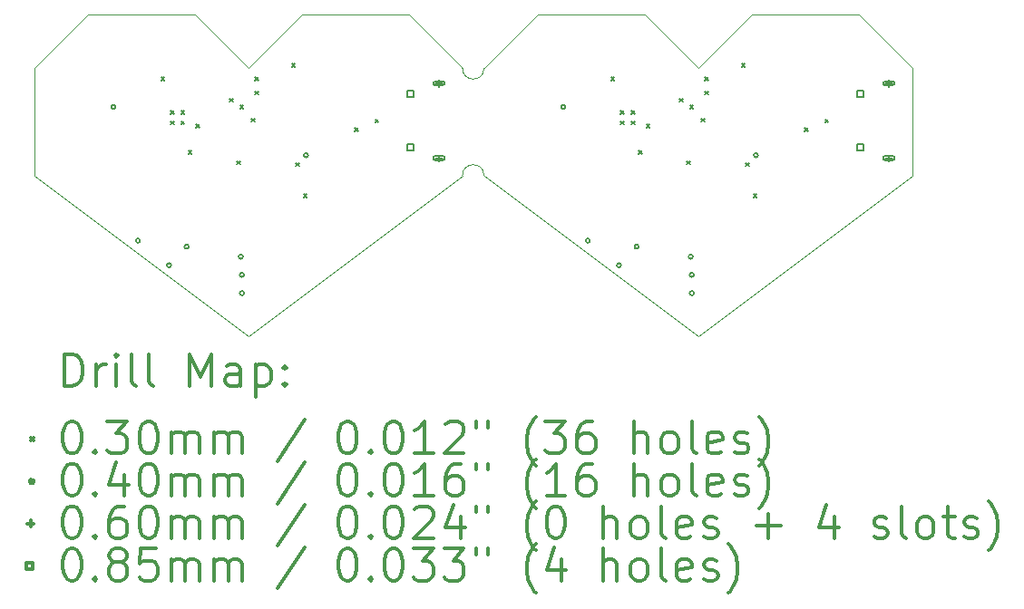
<source format=gbr>
%FSLAX45Y45*%
G04 Gerber Fmt 4.5, Leading zero omitted, Abs format (unit mm)*
G04 Created by KiCad (PCBNEW (5.1.8)-1) date 2020-11-25 19:35:02*
%MOMM*%
%LPD*%
G01*
G04 APERTURE LIST*
%TA.AperFunction,Profile*%
%ADD10C,0.050000*%
%TD*%
%ADD11C,0.200000*%
%ADD12C,0.300000*%
G04 APERTURE END LIST*
D10*
X18500000Y-8500000D02*
G75*
G02*
X18700000Y-8500000I100000J0D01*
G01*
X18700000Y-7500000D02*
G75*
G02*
X18500000Y-7500000I-100000J0D01*
G01*
X20700000Y-7500000D02*
X21200000Y-7000000D01*
X22200000Y-7000000D02*
X22700000Y-7500000D01*
X20200000Y-7000000D02*
X20700000Y-7500000D01*
X19200000Y-7000000D02*
X20200000Y-7000000D01*
X20700000Y-10000000D02*
X22700000Y-8500000D01*
X18700000Y-7500000D02*
X19200000Y-7000000D01*
X21200000Y-7000000D02*
X22200000Y-7000000D01*
X22700000Y-8500000D02*
X22700000Y-8000000D01*
X22700000Y-7500000D02*
X22700000Y-8000000D01*
X18700000Y-8500000D02*
X20700000Y-10000000D01*
X16500000Y-10000000D02*
X18500000Y-8500000D01*
X14500000Y-8500000D02*
X16500000Y-10000000D01*
X14500000Y-8000000D02*
X14500000Y-8500000D01*
X14500000Y-7500000D02*
X15000000Y-7000000D01*
X14500000Y-8000000D02*
X14500000Y-7500000D01*
X18000000Y-7000000D02*
X18500000Y-7500000D01*
X17000000Y-7000000D02*
X18000000Y-7000000D01*
X16500000Y-7500000D02*
X17000000Y-7000000D01*
X16000000Y-7000000D02*
X16500000Y-7500000D01*
X15000000Y-7000000D02*
X16000000Y-7000000D01*
D11*
X15687500Y-7582500D02*
X15717500Y-7612500D01*
X15717500Y-7582500D02*
X15687500Y-7612500D01*
X15775000Y-7895000D02*
X15805000Y-7925000D01*
X15805000Y-7895000D02*
X15775000Y-7925000D01*
X15775000Y-7995000D02*
X15805000Y-8025000D01*
X15805000Y-7995000D02*
X15775000Y-8025000D01*
X15875000Y-7895000D02*
X15905000Y-7925000D01*
X15905000Y-7895000D02*
X15875000Y-7925000D01*
X15875000Y-7995000D02*
X15905000Y-8025000D01*
X15905000Y-7995000D02*
X15875000Y-8025000D01*
X15942500Y-8267500D02*
X15972500Y-8297500D01*
X15972500Y-8267500D02*
X15942500Y-8297500D01*
X16015000Y-8025000D02*
X16045000Y-8055000D01*
X16045000Y-8025000D02*
X16015000Y-8055000D01*
X16325000Y-7782000D02*
X16355000Y-7812000D01*
X16355000Y-7782000D02*
X16325000Y-7812000D01*
X16392500Y-8365000D02*
X16422500Y-8395000D01*
X16422500Y-8365000D02*
X16392500Y-8395000D01*
X16425000Y-7845000D02*
X16455000Y-7875000D01*
X16455000Y-7845000D02*
X16425000Y-7875000D01*
X16527501Y-7967878D02*
X16557501Y-7997878D01*
X16557501Y-7967878D02*
X16527501Y-7997878D01*
X16565000Y-7585000D02*
X16595000Y-7615000D01*
X16595000Y-7585000D02*
X16565000Y-7615000D01*
X16565000Y-7715000D02*
X16595000Y-7745000D01*
X16595000Y-7715000D02*
X16565000Y-7745000D01*
X16905000Y-7455000D02*
X16935000Y-7485000D01*
X16935000Y-7455000D02*
X16905000Y-7485000D01*
X16945000Y-8385000D02*
X16975000Y-8415000D01*
X16975000Y-8385000D02*
X16945000Y-8415000D01*
X17015000Y-8675000D02*
X17045000Y-8705000D01*
X17045000Y-8675000D02*
X17015000Y-8705000D01*
X17495000Y-8055000D02*
X17525000Y-8085000D01*
X17525000Y-8055000D02*
X17495000Y-8085000D01*
X17685000Y-7975000D02*
X17715000Y-8005000D01*
X17715000Y-7975000D02*
X17685000Y-8005000D01*
X19887500Y-7582500D02*
X19917500Y-7612500D01*
X19917500Y-7582500D02*
X19887500Y-7612500D01*
X19975000Y-7895000D02*
X20005000Y-7925000D01*
X20005000Y-7895000D02*
X19975000Y-7925000D01*
X19975000Y-7995000D02*
X20005000Y-8025000D01*
X20005000Y-7995000D02*
X19975000Y-8025000D01*
X20075000Y-7895000D02*
X20105000Y-7925000D01*
X20105000Y-7895000D02*
X20075000Y-7925000D01*
X20075000Y-7995000D02*
X20105000Y-8025000D01*
X20105000Y-7995000D02*
X20075000Y-8025000D01*
X20142500Y-8267500D02*
X20172500Y-8297500D01*
X20172500Y-8267500D02*
X20142500Y-8297500D01*
X20215000Y-8025000D02*
X20245000Y-8055000D01*
X20245000Y-8025000D02*
X20215000Y-8055000D01*
X20525000Y-7782000D02*
X20555000Y-7812000D01*
X20555000Y-7782000D02*
X20525000Y-7812000D01*
X20592500Y-8365000D02*
X20622500Y-8395000D01*
X20622500Y-8365000D02*
X20592500Y-8395000D01*
X20625000Y-7845000D02*
X20655000Y-7875000D01*
X20655000Y-7845000D02*
X20625000Y-7875000D01*
X20727501Y-7967878D02*
X20757501Y-7997878D01*
X20757501Y-7967878D02*
X20727501Y-7997878D01*
X20765000Y-7585000D02*
X20795000Y-7615000D01*
X20795000Y-7585000D02*
X20765000Y-7615000D01*
X20765000Y-7715000D02*
X20795000Y-7745000D01*
X20795000Y-7715000D02*
X20765000Y-7745000D01*
X21105000Y-7455000D02*
X21135000Y-7485000D01*
X21135000Y-7455000D02*
X21105000Y-7485000D01*
X21145000Y-8385000D02*
X21175000Y-8415000D01*
X21175000Y-8385000D02*
X21145000Y-8415000D01*
X21215000Y-8675000D02*
X21245000Y-8705000D01*
X21245000Y-8675000D02*
X21215000Y-8705000D01*
X21695000Y-8055000D02*
X21725000Y-8085000D01*
X21725000Y-8055000D02*
X21695000Y-8085000D01*
X21885000Y-7975000D02*
X21915000Y-8005000D01*
X21915000Y-7975000D02*
X21885000Y-8005000D01*
X15260000Y-7860000D02*
G75*
G03*
X15260000Y-7860000I-20000J0D01*
G01*
X15490000Y-9110000D02*
G75*
G03*
X15490000Y-9110000I-20000J0D01*
G01*
X15780000Y-9340000D02*
G75*
G03*
X15780000Y-9340000I-20000J0D01*
G01*
X15944050Y-9165950D02*
G75*
G03*
X15944050Y-9165950I-20000J0D01*
G01*
X16449999Y-9260000D02*
G75*
G03*
X16449999Y-9260000I-20000J0D01*
G01*
X16459999Y-9430000D02*
G75*
G03*
X16459999Y-9430000I-20000J0D01*
G01*
X16460000Y-9600000D02*
G75*
G03*
X16460000Y-9600000I-20000J0D01*
G01*
X17058706Y-8311864D02*
G75*
G03*
X17058706Y-8311864I-20000J0D01*
G01*
X19460000Y-7860000D02*
G75*
G03*
X19460000Y-7860000I-20000J0D01*
G01*
X19690000Y-9110000D02*
G75*
G03*
X19690000Y-9110000I-20000J0D01*
G01*
X19980000Y-9340000D02*
G75*
G03*
X19980000Y-9340000I-20000J0D01*
G01*
X20144050Y-9165950D02*
G75*
G03*
X20144050Y-9165950I-20000J0D01*
G01*
X20649999Y-9260000D02*
G75*
G03*
X20649999Y-9260000I-20000J0D01*
G01*
X20659999Y-9430000D02*
G75*
G03*
X20659999Y-9430000I-20000J0D01*
G01*
X20660000Y-9600000D02*
G75*
G03*
X20660000Y-9600000I-20000J0D01*
G01*
X21258706Y-8311864D02*
G75*
G03*
X21258706Y-8311864I-20000J0D01*
G01*
X18280000Y-7610000D02*
X18280000Y-7670000D01*
X18250000Y-7640000D02*
X18310000Y-7640000D01*
X18245000Y-7660000D02*
X18315000Y-7660000D01*
X18245000Y-7620000D02*
X18315000Y-7620000D01*
X18315000Y-7660000D02*
G75*
G03*
X18315000Y-7620000I0J20000D01*
G01*
X18245000Y-7620000D02*
G75*
G03*
X18245000Y-7660000I0J-20000D01*
G01*
X18280000Y-8310000D02*
X18280000Y-8370000D01*
X18250000Y-8340000D02*
X18310000Y-8340000D01*
X18315000Y-8320000D02*
X18245000Y-8320000D01*
X18315000Y-8360000D02*
X18245000Y-8360000D01*
X18245000Y-8320000D02*
G75*
G03*
X18245000Y-8360000I0J-20000D01*
G01*
X18315000Y-8360000D02*
G75*
G03*
X18315000Y-8320000I0J20000D01*
G01*
X22480000Y-7610000D02*
X22480000Y-7670000D01*
X22450000Y-7640000D02*
X22510000Y-7640000D01*
X22445000Y-7660000D02*
X22515000Y-7660000D01*
X22445000Y-7620000D02*
X22515000Y-7620000D01*
X22515000Y-7660000D02*
G75*
G03*
X22515000Y-7620000I0J20000D01*
G01*
X22445000Y-7620000D02*
G75*
G03*
X22445000Y-7660000I0J-20000D01*
G01*
X22480000Y-8310000D02*
X22480000Y-8370000D01*
X22450000Y-8340000D02*
X22510000Y-8340000D01*
X22515000Y-8320000D02*
X22445000Y-8320000D01*
X22515000Y-8360000D02*
X22445000Y-8360000D01*
X22445000Y-8320000D02*
G75*
G03*
X22445000Y-8360000I0J-20000D01*
G01*
X22515000Y-8360000D02*
G75*
G03*
X22515000Y-8320000I0J20000D01*
G01*
X18040052Y-7770052D02*
X18040052Y-7709948D01*
X17979948Y-7709948D01*
X17979948Y-7770052D01*
X18040052Y-7770052D01*
X18040052Y-8270052D02*
X18040052Y-8209948D01*
X17979948Y-8209948D01*
X17979948Y-8270052D01*
X18040052Y-8270052D01*
X22240052Y-7770052D02*
X22240052Y-7709948D01*
X22179948Y-7709948D01*
X22179948Y-7770052D01*
X22240052Y-7770052D01*
X22240052Y-8270052D02*
X22240052Y-8209948D01*
X22179948Y-8209948D01*
X22179948Y-8270052D01*
X22240052Y-8270052D01*
D12*
X14783928Y-10468214D02*
X14783928Y-10168214D01*
X14855357Y-10168214D01*
X14898214Y-10182500D01*
X14926786Y-10211072D01*
X14941071Y-10239643D01*
X14955357Y-10296786D01*
X14955357Y-10339643D01*
X14941071Y-10396786D01*
X14926786Y-10425357D01*
X14898214Y-10453929D01*
X14855357Y-10468214D01*
X14783928Y-10468214D01*
X15083928Y-10468214D02*
X15083928Y-10268214D01*
X15083928Y-10325357D02*
X15098214Y-10296786D01*
X15112500Y-10282500D01*
X15141071Y-10268214D01*
X15169643Y-10268214D01*
X15269643Y-10468214D02*
X15269643Y-10268214D01*
X15269643Y-10168214D02*
X15255357Y-10182500D01*
X15269643Y-10196786D01*
X15283928Y-10182500D01*
X15269643Y-10168214D01*
X15269643Y-10196786D01*
X15455357Y-10468214D02*
X15426786Y-10453929D01*
X15412500Y-10425357D01*
X15412500Y-10168214D01*
X15612500Y-10468214D02*
X15583928Y-10453929D01*
X15569643Y-10425357D01*
X15569643Y-10168214D01*
X15955357Y-10468214D02*
X15955357Y-10168214D01*
X16055357Y-10382500D01*
X16155357Y-10168214D01*
X16155357Y-10468214D01*
X16426786Y-10468214D02*
X16426786Y-10311072D01*
X16412500Y-10282500D01*
X16383928Y-10268214D01*
X16326786Y-10268214D01*
X16298214Y-10282500D01*
X16426786Y-10453929D02*
X16398214Y-10468214D01*
X16326786Y-10468214D01*
X16298214Y-10453929D01*
X16283928Y-10425357D01*
X16283928Y-10396786D01*
X16298214Y-10368214D01*
X16326786Y-10353929D01*
X16398214Y-10353929D01*
X16426786Y-10339643D01*
X16569643Y-10268214D02*
X16569643Y-10568214D01*
X16569643Y-10282500D02*
X16598214Y-10268214D01*
X16655357Y-10268214D01*
X16683928Y-10282500D01*
X16698214Y-10296786D01*
X16712500Y-10325357D01*
X16712500Y-10411072D01*
X16698214Y-10439643D01*
X16683928Y-10453929D01*
X16655357Y-10468214D01*
X16598214Y-10468214D01*
X16569643Y-10453929D01*
X16841071Y-10439643D02*
X16855357Y-10453929D01*
X16841071Y-10468214D01*
X16826786Y-10453929D01*
X16841071Y-10439643D01*
X16841071Y-10468214D01*
X16841071Y-10282500D02*
X16855357Y-10296786D01*
X16841071Y-10311072D01*
X16826786Y-10296786D01*
X16841071Y-10282500D01*
X16841071Y-10311072D01*
X14467500Y-10947500D02*
X14497500Y-10977500D01*
X14497500Y-10947500D02*
X14467500Y-10977500D01*
X14841071Y-10798214D02*
X14869643Y-10798214D01*
X14898214Y-10812500D01*
X14912500Y-10826786D01*
X14926786Y-10855357D01*
X14941071Y-10912500D01*
X14941071Y-10983929D01*
X14926786Y-11041072D01*
X14912500Y-11069643D01*
X14898214Y-11083929D01*
X14869643Y-11098214D01*
X14841071Y-11098214D01*
X14812500Y-11083929D01*
X14798214Y-11069643D01*
X14783928Y-11041072D01*
X14769643Y-10983929D01*
X14769643Y-10912500D01*
X14783928Y-10855357D01*
X14798214Y-10826786D01*
X14812500Y-10812500D01*
X14841071Y-10798214D01*
X15069643Y-11069643D02*
X15083928Y-11083929D01*
X15069643Y-11098214D01*
X15055357Y-11083929D01*
X15069643Y-11069643D01*
X15069643Y-11098214D01*
X15183928Y-10798214D02*
X15369643Y-10798214D01*
X15269643Y-10912500D01*
X15312500Y-10912500D01*
X15341071Y-10926786D01*
X15355357Y-10941072D01*
X15369643Y-10969643D01*
X15369643Y-11041072D01*
X15355357Y-11069643D01*
X15341071Y-11083929D01*
X15312500Y-11098214D01*
X15226786Y-11098214D01*
X15198214Y-11083929D01*
X15183928Y-11069643D01*
X15555357Y-10798214D02*
X15583928Y-10798214D01*
X15612500Y-10812500D01*
X15626786Y-10826786D01*
X15641071Y-10855357D01*
X15655357Y-10912500D01*
X15655357Y-10983929D01*
X15641071Y-11041072D01*
X15626786Y-11069643D01*
X15612500Y-11083929D01*
X15583928Y-11098214D01*
X15555357Y-11098214D01*
X15526786Y-11083929D01*
X15512500Y-11069643D01*
X15498214Y-11041072D01*
X15483928Y-10983929D01*
X15483928Y-10912500D01*
X15498214Y-10855357D01*
X15512500Y-10826786D01*
X15526786Y-10812500D01*
X15555357Y-10798214D01*
X15783928Y-11098214D02*
X15783928Y-10898214D01*
X15783928Y-10926786D02*
X15798214Y-10912500D01*
X15826786Y-10898214D01*
X15869643Y-10898214D01*
X15898214Y-10912500D01*
X15912500Y-10941072D01*
X15912500Y-11098214D01*
X15912500Y-10941072D02*
X15926786Y-10912500D01*
X15955357Y-10898214D01*
X15998214Y-10898214D01*
X16026786Y-10912500D01*
X16041071Y-10941072D01*
X16041071Y-11098214D01*
X16183928Y-11098214D02*
X16183928Y-10898214D01*
X16183928Y-10926786D02*
X16198214Y-10912500D01*
X16226786Y-10898214D01*
X16269643Y-10898214D01*
X16298214Y-10912500D01*
X16312500Y-10941072D01*
X16312500Y-11098214D01*
X16312500Y-10941072D02*
X16326786Y-10912500D01*
X16355357Y-10898214D01*
X16398214Y-10898214D01*
X16426786Y-10912500D01*
X16441071Y-10941072D01*
X16441071Y-11098214D01*
X17026786Y-10783929D02*
X16769643Y-11169643D01*
X17412500Y-10798214D02*
X17441071Y-10798214D01*
X17469643Y-10812500D01*
X17483928Y-10826786D01*
X17498214Y-10855357D01*
X17512500Y-10912500D01*
X17512500Y-10983929D01*
X17498214Y-11041072D01*
X17483928Y-11069643D01*
X17469643Y-11083929D01*
X17441071Y-11098214D01*
X17412500Y-11098214D01*
X17383928Y-11083929D01*
X17369643Y-11069643D01*
X17355357Y-11041072D01*
X17341071Y-10983929D01*
X17341071Y-10912500D01*
X17355357Y-10855357D01*
X17369643Y-10826786D01*
X17383928Y-10812500D01*
X17412500Y-10798214D01*
X17641071Y-11069643D02*
X17655357Y-11083929D01*
X17641071Y-11098214D01*
X17626786Y-11083929D01*
X17641071Y-11069643D01*
X17641071Y-11098214D01*
X17841071Y-10798214D02*
X17869643Y-10798214D01*
X17898214Y-10812500D01*
X17912500Y-10826786D01*
X17926786Y-10855357D01*
X17941071Y-10912500D01*
X17941071Y-10983929D01*
X17926786Y-11041072D01*
X17912500Y-11069643D01*
X17898214Y-11083929D01*
X17869643Y-11098214D01*
X17841071Y-11098214D01*
X17812500Y-11083929D01*
X17798214Y-11069643D01*
X17783928Y-11041072D01*
X17769643Y-10983929D01*
X17769643Y-10912500D01*
X17783928Y-10855357D01*
X17798214Y-10826786D01*
X17812500Y-10812500D01*
X17841071Y-10798214D01*
X18226786Y-11098214D02*
X18055357Y-11098214D01*
X18141071Y-11098214D02*
X18141071Y-10798214D01*
X18112500Y-10841072D01*
X18083928Y-10869643D01*
X18055357Y-10883929D01*
X18341071Y-10826786D02*
X18355357Y-10812500D01*
X18383928Y-10798214D01*
X18455357Y-10798214D01*
X18483928Y-10812500D01*
X18498214Y-10826786D01*
X18512500Y-10855357D01*
X18512500Y-10883929D01*
X18498214Y-10926786D01*
X18326786Y-11098214D01*
X18512500Y-11098214D01*
X18626786Y-10798214D02*
X18626786Y-10855357D01*
X18741071Y-10798214D02*
X18741071Y-10855357D01*
X19183928Y-11212500D02*
X19169643Y-11198214D01*
X19141071Y-11155357D01*
X19126786Y-11126786D01*
X19112500Y-11083929D01*
X19098214Y-11012500D01*
X19098214Y-10955357D01*
X19112500Y-10883929D01*
X19126786Y-10841072D01*
X19141071Y-10812500D01*
X19169643Y-10769643D01*
X19183928Y-10755357D01*
X19269643Y-10798214D02*
X19455357Y-10798214D01*
X19355357Y-10912500D01*
X19398214Y-10912500D01*
X19426786Y-10926786D01*
X19441071Y-10941072D01*
X19455357Y-10969643D01*
X19455357Y-11041072D01*
X19441071Y-11069643D01*
X19426786Y-11083929D01*
X19398214Y-11098214D01*
X19312500Y-11098214D01*
X19283928Y-11083929D01*
X19269643Y-11069643D01*
X19712500Y-10798214D02*
X19655357Y-10798214D01*
X19626786Y-10812500D01*
X19612500Y-10826786D01*
X19583928Y-10869643D01*
X19569643Y-10926786D01*
X19569643Y-11041072D01*
X19583928Y-11069643D01*
X19598214Y-11083929D01*
X19626786Y-11098214D01*
X19683928Y-11098214D01*
X19712500Y-11083929D01*
X19726786Y-11069643D01*
X19741071Y-11041072D01*
X19741071Y-10969643D01*
X19726786Y-10941072D01*
X19712500Y-10926786D01*
X19683928Y-10912500D01*
X19626786Y-10912500D01*
X19598214Y-10926786D01*
X19583928Y-10941072D01*
X19569643Y-10969643D01*
X20098214Y-11098214D02*
X20098214Y-10798214D01*
X20226786Y-11098214D02*
X20226786Y-10941072D01*
X20212500Y-10912500D01*
X20183928Y-10898214D01*
X20141071Y-10898214D01*
X20112500Y-10912500D01*
X20098214Y-10926786D01*
X20412500Y-11098214D02*
X20383928Y-11083929D01*
X20369643Y-11069643D01*
X20355357Y-11041072D01*
X20355357Y-10955357D01*
X20369643Y-10926786D01*
X20383928Y-10912500D01*
X20412500Y-10898214D01*
X20455357Y-10898214D01*
X20483928Y-10912500D01*
X20498214Y-10926786D01*
X20512500Y-10955357D01*
X20512500Y-11041072D01*
X20498214Y-11069643D01*
X20483928Y-11083929D01*
X20455357Y-11098214D01*
X20412500Y-11098214D01*
X20683928Y-11098214D02*
X20655357Y-11083929D01*
X20641071Y-11055357D01*
X20641071Y-10798214D01*
X20912500Y-11083929D02*
X20883928Y-11098214D01*
X20826786Y-11098214D01*
X20798214Y-11083929D01*
X20783928Y-11055357D01*
X20783928Y-10941072D01*
X20798214Y-10912500D01*
X20826786Y-10898214D01*
X20883928Y-10898214D01*
X20912500Y-10912500D01*
X20926786Y-10941072D01*
X20926786Y-10969643D01*
X20783928Y-10998214D01*
X21041071Y-11083929D02*
X21069643Y-11098214D01*
X21126786Y-11098214D01*
X21155357Y-11083929D01*
X21169643Y-11055357D01*
X21169643Y-11041072D01*
X21155357Y-11012500D01*
X21126786Y-10998214D01*
X21083928Y-10998214D01*
X21055357Y-10983929D01*
X21041071Y-10955357D01*
X21041071Y-10941072D01*
X21055357Y-10912500D01*
X21083928Y-10898214D01*
X21126786Y-10898214D01*
X21155357Y-10912500D01*
X21269643Y-11212500D02*
X21283928Y-11198214D01*
X21312500Y-11155357D01*
X21326786Y-11126786D01*
X21341071Y-11083929D01*
X21355357Y-11012500D01*
X21355357Y-10955357D01*
X21341071Y-10883929D01*
X21326786Y-10841072D01*
X21312500Y-10812500D01*
X21283928Y-10769643D01*
X21269643Y-10755357D01*
X14497500Y-11358500D02*
G75*
G03*
X14497500Y-11358500I-20000J0D01*
G01*
X14841071Y-11194214D02*
X14869643Y-11194214D01*
X14898214Y-11208500D01*
X14912500Y-11222786D01*
X14926786Y-11251357D01*
X14941071Y-11308500D01*
X14941071Y-11379929D01*
X14926786Y-11437071D01*
X14912500Y-11465643D01*
X14898214Y-11479929D01*
X14869643Y-11494214D01*
X14841071Y-11494214D01*
X14812500Y-11479929D01*
X14798214Y-11465643D01*
X14783928Y-11437071D01*
X14769643Y-11379929D01*
X14769643Y-11308500D01*
X14783928Y-11251357D01*
X14798214Y-11222786D01*
X14812500Y-11208500D01*
X14841071Y-11194214D01*
X15069643Y-11465643D02*
X15083928Y-11479929D01*
X15069643Y-11494214D01*
X15055357Y-11479929D01*
X15069643Y-11465643D01*
X15069643Y-11494214D01*
X15341071Y-11294214D02*
X15341071Y-11494214D01*
X15269643Y-11179929D02*
X15198214Y-11394214D01*
X15383928Y-11394214D01*
X15555357Y-11194214D02*
X15583928Y-11194214D01*
X15612500Y-11208500D01*
X15626786Y-11222786D01*
X15641071Y-11251357D01*
X15655357Y-11308500D01*
X15655357Y-11379929D01*
X15641071Y-11437071D01*
X15626786Y-11465643D01*
X15612500Y-11479929D01*
X15583928Y-11494214D01*
X15555357Y-11494214D01*
X15526786Y-11479929D01*
X15512500Y-11465643D01*
X15498214Y-11437071D01*
X15483928Y-11379929D01*
X15483928Y-11308500D01*
X15498214Y-11251357D01*
X15512500Y-11222786D01*
X15526786Y-11208500D01*
X15555357Y-11194214D01*
X15783928Y-11494214D02*
X15783928Y-11294214D01*
X15783928Y-11322786D02*
X15798214Y-11308500D01*
X15826786Y-11294214D01*
X15869643Y-11294214D01*
X15898214Y-11308500D01*
X15912500Y-11337071D01*
X15912500Y-11494214D01*
X15912500Y-11337071D02*
X15926786Y-11308500D01*
X15955357Y-11294214D01*
X15998214Y-11294214D01*
X16026786Y-11308500D01*
X16041071Y-11337071D01*
X16041071Y-11494214D01*
X16183928Y-11494214D02*
X16183928Y-11294214D01*
X16183928Y-11322786D02*
X16198214Y-11308500D01*
X16226786Y-11294214D01*
X16269643Y-11294214D01*
X16298214Y-11308500D01*
X16312500Y-11337071D01*
X16312500Y-11494214D01*
X16312500Y-11337071D02*
X16326786Y-11308500D01*
X16355357Y-11294214D01*
X16398214Y-11294214D01*
X16426786Y-11308500D01*
X16441071Y-11337071D01*
X16441071Y-11494214D01*
X17026786Y-11179929D02*
X16769643Y-11565643D01*
X17412500Y-11194214D02*
X17441071Y-11194214D01*
X17469643Y-11208500D01*
X17483928Y-11222786D01*
X17498214Y-11251357D01*
X17512500Y-11308500D01*
X17512500Y-11379929D01*
X17498214Y-11437071D01*
X17483928Y-11465643D01*
X17469643Y-11479929D01*
X17441071Y-11494214D01*
X17412500Y-11494214D01*
X17383928Y-11479929D01*
X17369643Y-11465643D01*
X17355357Y-11437071D01*
X17341071Y-11379929D01*
X17341071Y-11308500D01*
X17355357Y-11251357D01*
X17369643Y-11222786D01*
X17383928Y-11208500D01*
X17412500Y-11194214D01*
X17641071Y-11465643D02*
X17655357Y-11479929D01*
X17641071Y-11494214D01*
X17626786Y-11479929D01*
X17641071Y-11465643D01*
X17641071Y-11494214D01*
X17841071Y-11194214D02*
X17869643Y-11194214D01*
X17898214Y-11208500D01*
X17912500Y-11222786D01*
X17926786Y-11251357D01*
X17941071Y-11308500D01*
X17941071Y-11379929D01*
X17926786Y-11437071D01*
X17912500Y-11465643D01*
X17898214Y-11479929D01*
X17869643Y-11494214D01*
X17841071Y-11494214D01*
X17812500Y-11479929D01*
X17798214Y-11465643D01*
X17783928Y-11437071D01*
X17769643Y-11379929D01*
X17769643Y-11308500D01*
X17783928Y-11251357D01*
X17798214Y-11222786D01*
X17812500Y-11208500D01*
X17841071Y-11194214D01*
X18226786Y-11494214D02*
X18055357Y-11494214D01*
X18141071Y-11494214D02*
X18141071Y-11194214D01*
X18112500Y-11237071D01*
X18083928Y-11265643D01*
X18055357Y-11279929D01*
X18483928Y-11194214D02*
X18426786Y-11194214D01*
X18398214Y-11208500D01*
X18383928Y-11222786D01*
X18355357Y-11265643D01*
X18341071Y-11322786D01*
X18341071Y-11437071D01*
X18355357Y-11465643D01*
X18369643Y-11479929D01*
X18398214Y-11494214D01*
X18455357Y-11494214D01*
X18483928Y-11479929D01*
X18498214Y-11465643D01*
X18512500Y-11437071D01*
X18512500Y-11365643D01*
X18498214Y-11337071D01*
X18483928Y-11322786D01*
X18455357Y-11308500D01*
X18398214Y-11308500D01*
X18369643Y-11322786D01*
X18355357Y-11337071D01*
X18341071Y-11365643D01*
X18626786Y-11194214D02*
X18626786Y-11251357D01*
X18741071Y-11194214D02*
X18741071Y-11251357D01*
X19183928Y-11608500D02*
X19169643Y-11594214D01*
X19141071Y-11551357D01*
X19126786Y-11522786D01*
X19112500Y-11479929D01*
X19098214Y-11408500D01*
X19098214Y-11351357D01*
X19112500Y-11279929D01*
X19126786Y-11237071D01*
X19141071Y-11208500D01*
X19169643Y-11165643D01*
X19183928Y-11151357D01*
X19455357Y-11494214D02*
X19283928Y-11494214D01*
X19369643Y-11494214D02*
X19369643Y-11194214D01*
X19341071Y-11237071D01*
X19312500Y-11265643D01*
X19283928Y-11279929D01*
X19712500Y-11194214D02*
X19655357Y-11194214D01*
X19626786Y-11208500D01*
X19612500Y-11222786D01*
X19583928Y-11265643D01*
X19569643Y-11322786D01*
X19569643Y-11437071D01*
X19583928Y-11465643D01*
X19598214Y-11479929D01*
X19626786Y-11494214D01*
X19683928Y-11494214D01*
X19712500Y-11479929D01*
X19726786Y-11465643D01*
X19741071Y-11437071D01*
X19741071Y-11365643D01*
X19726786Y-11337071D01*
X19712500Y-11322786D01*
X19683928Y-11308500D01*
X19626786Y-11308500D01*
X19598214Y-11322786D01*
X19583928Y-11337071D01*
X19569643Y-11365643D01*
X20098214Y-11494214D02*
X20098214Y-11194214D01*
X20226786Y-11494214D02*
X20226786Y-11337071D01*
X20212500Y-11308500D01*
X20183928Y-11294214D01*
X20141071Y-11294214D01*
X20112500Y-11308500D01*
X20098214Y-11322786D01*
X20412500Y-11494214D02*
X20383928Y-11479929D01*
X20369643Y-11465643D01*
X20355357Y-11437071D01*
X20355357Y-11351357D01*
X20369643Y-11322786D01*
X20383928Y-11308500D01*
X20412500Y-11294214D01*
X20455357Y-11294214D01*
X20483928Y-11308500D01*
X20498214Y-11322786D01*
X20512500Y-11351357D01*
X20512500Y-11437071D01*
X20498214Y-11465643D01*
X20483928Y-11479929D01*
X20455357Y-11494214D01*
X20412500Y-11494214D01*
X20683928Y-11494214D02*
X20655357Y-11479929D01*
X20641071Y-11451357D01*
X20641071Y-11194214D01*
X20912500Y-11479929D02*
X20883928Y-11494214D01*
X20826786Y-11494214D01*
X20798214Y-11479929D01*
X20783928Y-11451357D01*
X20783928Y-11337071D01*
X20798214Y-11308500D01*
X20826786Y-11294214D01*
X20883928Y-11294214D01*
X20912500Y-11308500D01*
X20926786Y-11337071D01*
X20926786Y-11365643D01*
X20783928Y-11394214D01*
X21041071Y-11479929D02*
X21069643Y-11494214D01*
X21126786Y-11494214D01*
X21155357Y-11479929D01*
X21169643Y-11451357D01*
X21169643Y-11437071D01*
X21155357Y-11408500D01*
X21126786Y-11394214D01*
X21083928Y-11394214D01*
X21055357Y-11379929D01*
X21041071Y-11351357D01*
X21041071Y-11337071D01*
X21055357Y-11308500D01*
X21083928Y-11294214D01*
X21126786Y-11294214D01*
X21155357Y-11308500D01*
X21269643Y-11608500D02*
X21283928Y-11594214D01*
X21312500Y-11551357D01*
X21326786Y-11522786D01*
X21341071Y-11479929D01*
X21355357Y-11408500D01*
X21355357Y-11351357D01*
X21341071Y-11279929D01*
X21326786Y-11237071D01*
X21312500Y-11208500D01*
X21283928Y-11165643D01*
X21269643Y-11151357D01*
X14467500Y-11724500D02*
X14467500Y-11784500D01*
X14437500Y-11754500D02*
X14497500Y-11754500D01*
X14841071Y-11590214D02*
X14869643Y-11590214D01*
X14898214Y-11604500D01*
X14912500Y-11618786D01*
X14926786Y-11647357D01*
X14941071Y-11704500D01*
X14941071Y-11775929D01*
X14926786Y-11833071D01*
X14912500Y-11861643D01*
X14898214Y-11875929D01*
X14869643Y-11890214D01*
X14841071Y-11890214D01*
X14812500Y-11875929D01*
X14798214Y-11861643D01*
X14783928Y-11833071D01*
X14769643Y-11775929D01*
X14769643Y-11704500D01*
X14783928Y-11647357D01*
X14798214Y-11618786D01*
X14812500Y-11604500D01*
X14841071Y-11590214D01*
X15069643Y-11861643D02*
X15083928Y-11875929D01*
X15069643Y-11890214D01*
X15055357Y-11875929D01*
X15069643Y-11861643D01*
X15069643Y-11890214D01*
X15341071Y-11590214D02*
X15283928Y-11590214D01*
X15255357Y-11604500D01*
X15241071Y-11618786D01*
X15212500Y-11661643D01*
X15198214Y-11718786D01*
X15198214Y-11833071D01*
X15212500Y-11861643D01*
X15226786Y-11875929D01*
X15255357Y-11890214D01*
X15312500Y-11890214D01*
X15341071Y-11875929D01*
X15355357Y-11861643D01*
X15369643Y-11833071D01*
X15369643Y-11761643D01*
X15355357Y-11733071D01*
X15341071Y-11718786D01*
X15312500Y-11704500D01*
X15255357Y-11704500D01*
X15226786Y-11718786D01*
X15212500Y-11733071D01*
X15198214Y-11761643D01*
X15555357Y-11590214D02*
X15583928Y-11590214D01*
X15612500Y-11604500D01*
X15626786Y-11618786D01*
X15641071Y-11647357D01*
X15655357Y-11704500D01*
X15655357Y-11775929D01*
X15641071Y-11833071D01*
X15626786Y-11861643D01*
X15612500Y-11875929D01*
X15583928Y-11890214D01*
X15555357Y-11890214D01*
X15526786Y-11875929D01*
X15512500Y-11861643D01*
X15498214Y-11833071D01*
X15483928Y-11775929D01*
X15483928Y-11704500D01*
X15498214Y-11647357D01*
X15512500Y-11618786D01*
X15526786Y-11604500D01*
X15555357Y-11590214D01*
X15783928Y-11890214D02*
X15783928Y-11690214D01*
X15783928Y-11718786D02*
X15798214Y-11704500D01*
X15826786Y-11690214D01*
X15869643Y-11690214D01*
X15898214Y-11704500D01*
X15912500Y-11733071D01*
X15912500Y-11890214D01*
X15912500Y-11733071D02*
X15926786Y-11704500D01*
X15955357Y-11690214D01*
X15998214Y-11690214D01*
X16026786Y-11704500D01*
X16041071Y-11733071D01*
X16041071Y-11890214D01*
X16183928Y-11890214D02*
X16183928Y-11690214D01*
X16183928Y-11718786D02*
X16198214Y-11704500D01*
X16226786Y-11690214D01*
X16269643Y-11690214D01*
X16298214Y-11704500D01*
X16312500Y-11733071D01*
X16312500Y-11890214D01*
X16312500Y-11733071D02*
X16326786Y-11704500D01*
X16355357Y-11690214D01*
X16398214Y-11690214D01*
X16426786Y-11704500D01*
X16441071Y-11733071D01*
X16441071Y-11890214D01*
X17026786Y-11575929D02*
X16769643Y-11961643D01*
X17412500Y-11590214D02*
X17441071Y-11590214D01*
X17469643Y-11604500D01*
X17483928Y-11618786D01*
X17498214Y-11647357D01*
X17512500Y-11704500D01*
X17512500Y-11775929D01*
X17498214Y-11833071D01*
X17483928Y-11861643D01*
X17469643Y-11875929D01*
X17441071Y-11890214D01*
X17412500Y-11890214D01*
X17383928Y-11875929D01*
X17369643Y-11861643D01*
X17355357Y-11833071D01*
X17341071Y-11775929D01*
X17341071Y-11704500D01*
X17355357Y-11647357D01*
X17369643Y-11618786D01*
X17383928Y-11604500D01*
X17412500Y-11590214D01*
X17641071Y-11861643D02*
X17655357Y-11875929D01*
X17641071Y-11890214D01*
X17626786Y-11875929D01*
X17641071Y-11861643D01*
X17641071Y-11890214D01*
X17841071Y-11590214D02*
X17869643Y-11590214D01*
X17898214Y-11604500D01*
X17912500Y-11618786D01*
X17926786Y-11647357D01*
X17941071Y-11704500D01*
X17941071Y-11775929D01*
X17926786Y-11833071D01*
X17912500Y-11861643D01*
X17898214Y-11875929D01*
X17869643Y-11890214D01*
X17841071Y-11890214D01*
X17812500Y-11875929D01*
X17798214Y-11861643D01*
X17783928Y-11833071D01*
X17769643Y-11775929D01*
X17769643Y-11704500D01*
X17783928Y-11647357D01*
X17798214Y-11618786D01*
X17812500Y-11604500D01*
X17841071Y-11590214D01*
X18055357Y-11618786D02*
X18069643Y-11604500D01*
X18098214Y-11590214D01*
X18169643Y-11590214D01*
X18198214Y-11604500D01*
X18212500Y-11618786D01*
X18226786Y-11647357D01*
X18226786Y-11675929D01*
X18212500Y-11718786D01*
X18041071Y-11890214D01*
X18226786Y-11890214D01*
X18483928Y-11690214D02*
X18483928Y-11890214D01*
X18412500Y-11575929D02*
X18341071Y-11790214D01*
X18526786Y-11790214D01*
X18626786Y-11590214D02*
X18626786Y-11647357D01*
X18741071Y-11590214D02*
X18741071Y-11647357D01*
X19183928Y-12004500D02*
X19169643Y-11990214D01*
X19141071Y-11947357D01*
X19126786Y-11918786D01*
X19112500Y-11875929D01*
X19098214Y-11804500D01*
X19098214Y-11747357D01*
X19112500Y-11675929D01*
X19126786Y-11633071D01*
X19141071Y-11604500D01*
X19169643Y-11561643D01*
X19183928Y-11547357D01*
X19355357Y-11590214D02*
X19383928Y-11590214D01*
X19412500Y-11604500D01*
X19426786Y-11618786D01*
X19441071Y-11647357D01*
X19455357Y-11704500D01*
X19455357Y-11775929D01*
X19441071Y-11833071D01*
X19426786Y-11861643D01*
X19412500Y-11875929D01*
X19383928Y-11890214D01*
X19355357Y-11890214D01*
X19326786Y-11875929D01*
X19312500Y-11861643D01*
X19298214Y-11833071D01*
X19283928Y-11775929D01*
X19283928Y-11704500D01*
X19298214Y-11647357D01*
X19312500Y-11618786D01*
X19326786Y-11604500D01*
X19355357Y-11590214D01*
X19812500Y-11890214D02*
X19812500Y-11590214D01*
X19941071Y-11890214D02*
X19941071Y-11733071D01*
X19926786Y-11704500D01*
X19898214Y-11690214D01*
X19855357Y-11690214D01*
X19826786Y-11704500D01*
X19812500Y-11718786D01*
X20126786Y-11890214D02*
X20098214Y-11875929D01*
X20083928Y-11861643D01*
X20069643Y-11833071D01*
X20069643Y-11747357D01*
X20083928Y-11718786D01*
X20098214Y-11704500D01*
X20126786Y-11690214D01*
X20169643Y-11690214D01*
X20198214Y-11704500D01*
X20212500Y-11718786D01*
X20226786Y-11747357D01*
X20226786Y-11833071D01*
X20212500Y-11861643D01*
X20198214Y-11875929D01*
X20169643Y-11890214D01*
X20126786Y-11890214D01*
X20398214Y-11890214D02*
X20369643Y-11875929D01*
X20355357Y-11847357D01*
X20355357Y-11590214D01*
X20626786Y-11875929D02*
X20598214Y-11890214D01*
X20541071Y-11890214D01*
X20512500Y-11875929D01*
X20498214Y-11847357D01*
X20498214Y-11733071D01*
X20512500Y-11704500D01*
X20541071Y-11690214D01*
X20598214Y-11690214D01*
X20626786Y-11704500D01*
X20641071Y-11733071D01*
X20641071Y-11761643D01*
X20498214Y-11790214D01*
X20755357Y-11875929D02*
X20783928Y-11890214D01*
X20841071Y-11890214D01*
X20869643Y-11875929D01*
X20883928Y-11847357D01*
X20883928Y-11833071D01*
X20869643Y-11804500D01*
X20841071Y-11790214D01*
X20798214Y-11790214D01*
X20769643Y-11775929D01*
X20755357Y-11747357D01*
X20755357Y-11733071D01*
X20769643Y-11704500D01*
X20798214Y-11690214D01*
X20841071Y-11690214D01*
X20869643Y-11704500D01*
X21241071Y-11775929D02*
X21469643Y-11775929D01*
X21355357Y-11890214D02*
X21355357Y-11661643D01*
X21969643Y-11690214D02*
X21969643Y-11890214D01*
X21898214Y-11575929D02*
X21826786Y-11790214D01*
X22012500Y-11790214D01*
X22341071Y-11875929D02*
X22369643Y-11890214D01*
X22426786Y-11890214D01*
X22455357Y-11875929D01*
X22469643Y-11847357D01*
X22469643Y-11833071D01*
X22455357Y-11804500D01*
X22426786Y-11790214D01*
X22383928Y-11790214D01*
X22355357Y-11775929D01*
X22341071Y-11747357D01*
X22341071Y-11733071D01*
X22355357Y-11704500D01*
X22383928Y-11690214D01*
X22426786Y-11690214D01*
X22455357Y-11704500D01*
X22641071Y-11890214D02*
X22612500Y-11875929D01*
X22598214Y-11847357D01*
X22598214Y-11590214D01*
X22798214Y-11890214D02*
X22769643Y-11875929D01*
X22755357Y-11861643D01*
X22741071Y-11833071D01*
X22741071Y-11747357D01*
X22755357Y-11718786D01*
X22769643Y-11704500D01*
X22798214Y-11690214D01*
X22841071Y-11690214D01*
X22869643Y-11704500D01*
X22883928Y-11718786D01*
X22898214Y-11747357D01*
X22898214Y-11833071D01*
X22883928Y-11861643D01*
X22869643Y-11875929D01*
X22841071Y-11890214D01*
X22798214Y-11890214D01*
X22983928Y-11690214D02*
X23098214Y-11690214D01*
X23026786Y-11590214D02*
X23026786Y-11847357D01*
X23041071Y-11875929D01*
X23069643Y-11890214D01*
X23098214Y-11890214D01*
X23183928Y-11875929D02*
X23212500Y-11890214D01*
X23269643Y-11890214D01*
X23298214Y-11875929D01*
X23312500Y-11847357D01*
X23312500Y-11833071D01*
X23298214Y-11804500D01*
X23269643Y-11790214D01*
X23226786Y-11790214D01*
X23198214Y-11775929D01*
X23183928Y-11747357D01*
X23183928Y-11733071D01*
X23198214Y-11704500D01*
X23226786Y-11690214D01*
X23269643Y-11690214D01*
X23298214Y-11704500D01*
X23412500Y-12004500D02*
X23426786Y-11990214D01*
X23455357Y-11947357D01*
X23469643Y-11918786D01*
X23483928Y-11875929D01*
X23498214Y-11804500D01*
X23498214Y-11747357D01*
X23483928Y-11675929D01*
X23469643Y-11633071D01*
X23455357Y-11604500D01*
X23426786Y-11561643D01*
X23412500Y-11547357D01*
X14485052Y-12180552D02*
X14485052Y-12120448D01*
X14424948Y-12120448D01*
X14424948Y-12180552D01*
X14485052Y-12180552D01*
X14841071Y-11986214D02*
X14869643Y-11986214D01*
X14898214Y-12000500D01*
X14912500Y-12014786D01*
X14926786Y-12043357D01*
X14941071Y-12100500D01*
X14941071Y-12171929D01*
X14926786Y-12229071D01*
X14912500Y-12257643D01*
X14898214Y-12271929D01*
X14869643Y-12286214D01*
X14841071Y-12286214D01*
X14812500Y-12271929D01*
X14798214Y-12257643D01*
X14783928Y-12229071D01*
X14769643Y-12171929D01*
X14769643Y-12100500D01*
X14783928Y-12043357D01*
X14798214Y-12014786D01*
X14812500Y-12000500D01*
X14841071Y-11986214D01*
X15069643Y-12257643D02*
X15083928Y-12271929D01*
X15069643Y-12286214D01*
X15055357Y-12271929D01*
X15069643Y-12257643D01*
X15069643Y-12286214D01*
X15255357Y-12114786D02*
X15226786Y-12100500D01*
X15212500Y-12086214D01*
X15198214Y-12057643D01*
X15198214Y-12043357D01*
X15212500Y-12014786D01*
X15226786Y-12000500D01*
X15255357Y-11986214D01*
X15312500Y-11986214D01*
X15341071Y-12000500D01*
X15355357Y-12014786D01*
X15369643Y-12043357D01*
X15369643Y-12057643D01*
X15355357Y-12086214D01*
X15341071Y-12100500D01*
X15312500Y-12114786D01*
X15255357Y-12114786D01*
X15226786Y-12129071D01*
X15212500Y-12143357D01*
X15198214Y-12171929D01*
X15198214Y-12229071D01*
X15212500Y-12257643D01*
X15226786Y-12271929D01*
X15255357Y-12286214D01*
X15312500Y-12286214D01*
X15341071Y-12271929D01*
X15355357Y-12257643D01*
X15369643Y-12229071D01*
X15369643Y-12171929D01*
X15355357Y-12143357D01*
X15341071Y-12129071D01*
X15312500Y-12114786D01*
X15641071Y-11986214D02*
X15498214Y-11986214D01*
X15483928Y-12129071D01*
X15498214Y-12114786D01*
X15526786Y-12100500D01*
X15598214Y-12100500D01*
X15626786Y-12114786D01*
X15641071Y-12129071D01*
X15655357Y-12157643D01*
X15655357Y-12229071D01*
X15641071Y-12257643D01*
X15626786Y-12271929D01*
X15598214Y-12286214D01*
X15526786Y-12286214D01*
X15498214Y-12271929D01*
X15483928Y-12257643D01*
X15783928Y-12286214D02*
X15783928Y-12086214D01*
X15783928Y-12114786D02*
X15798214Y-12100500D01*
X15826786Y-12086214D01*
X15869643Y-12086214D01*
X15898214Y-12100500D01*
X15912500Y-12129071D01*
X15912500Y-12286214D01*
X15912500Y-12129071D02*
X15926786Y-12100500D01*
X15955357Y-12086214D01*
X15998214Y-12086214D01*
X16026786Y-12100500D01*
X16041071Y-12129071D01*
X16041071Y-12286214D01*
X16183928Y-12286214D02*
X16183928Y-12086214D01*
X16183928Y-12114786D02*
X16198214Y-12100500D01*
X16226786Y-12086214D01*
X16269643Y-12086214D01*
X16298214Y-12100500D01*
X16312500Y-12129071D01*
X16312500Y-12286214D01*
X16312500Y-12129071D02*
X16326786Y-12100500D01*
X16355357Y-12086214D01*
X16398214Y-12086214D01*
X16426786Y-12100500D01*
X16441071Y-12129071D01*
X16441071Y-12286214D01*
X17026786Y-11971929D02*
X16769643Y-12357643D01*
X17412500Y-11986214D02*
X17441071Y-11986214D01*
X17469643Y-12000500D01*
X17483928Y-12014786D01*
X17498214Y-12043357D01*
X17512500Y-12100500D01*
X17512500Y-12171929D01*
X17498214Y-12229071D01*
X17483928Y-12257643D01*
X17469643Y-12271929D01*
X17441071Y-12286214D01*
X17412500Y-12286214D01*
X17383928Y-12271929D01*
X17369643Y-12257643D01*
X17355357Y-12229071D01*
X17341071Y-12171929D01*
X17341071Y-12100500D01*
X17355357Y-12043357D01*
X17369643Y-12014786D01*
X17383928Y-12000500D01*
X17412500Y-11986214D01*
X17641071Y-12257643D02*
X17655357Y-12271929D01*
X17641071Y-12286214D01*
X17626786Y-12271929D01*
X17641071Y-12257643D01*
X17641071Y-12286214D01*
X17841071Y-11986214D02*
X17869643Y-11986214D01*
X17898214Y-12000500D01*
X17912500Y-12014786D01*
X17926786Y-12043357D01*
X17941071Y-12100500D01*
X17941071Y-12171929D01*
X17926786Y-12229071D01*
X17912500Y-12257643D01*
X17898214Y-12271929D01*
X17869643Y-12286214D01*
X17841071Y-12286214D01*
X17812500Y-12271929D01*
X17798214Y-12257643D01*
X17783928Y-12229071D01*
X17769643Y-12171929D01*
X17769643Y-12100500D01*
X17783928Y-12043357D01*
X17798214Y-12014786D01*
X17812500Y-12000500D01*
X17841071Y-11986214D01*
X18041071Y-11986214D02*
X18226786Y-11986214D01*
X18126786Y-12100500D01*
X18169643Y-12100500D01*
X18198214Y-12114786D01*
X18212500Y-12129071D01*
X18226786Y-12157643D01*
X18226786Y-12229071D01*
X18212500Y-12257643D01*
X18198214Y-12271929D01*
X18169643Y-12286214D01*
X18083928Y-12286214D01*
X18055357Y-12271929D01*
X18041071Y-12257643D01*
X18326786Y-11986214D02*
X18512500Y-11986214D01*
X18412500Y-12100500D01*
X18455357Y-12100500D01*
X18483928Y-12114786D01*
X18498214Y-12129071D01*
X18512500Y-12157643D01*
X18512500Y-12229071D01*
X18498214Y-12257643D01*
X18483928Y-12271929D01*
X18455357Y-12286214D01*
X18369643Y-12286214D01*
X18341071Y-12271929D01*
X18326786Y-12257643D01*
X18626786Y-11986214D02*
X18626786Y-12043357D01*
X18741071Y-11986214D02*
X18741071Y-12043357D01*
X19183928Y-12400500D02*
X19169643Y-12386214D01*
X19141071Y-12343357D01*
X19126786Y-12314786D01*
X19112500Y-12271929D01*
X19098214Y-12200500D01*
X19098214Y-12143357D01*
X19112500Y-12071929D01*
X19126786Y-12029071D01*
X19141071Y-12000500D01*
X19169643Y-11957643D01*
X19183928Y-11943357D01*
X19426786Y-12086214D02*
X19426786Y-12286214D01*
X19355357Y-11971929D02*
X19283928Y-12186214D01*
X19469643Y-12186214D01*
X19812500Y-12286214D02*
X19812500Y-11986214D01*
X19941071Y-12286214D02*
X19941071Y-12129071D01*
X19926786Y-12100500D01*
X19898214Y-12086214D01*
X19855357Y-12086214D01*
X19826786Y-12100500D01*
X19812500Y-12114786D01*
X20126786Y-12286214D02*
X20098214Y-12271929D01*
X20083928Y-12257643D01*
X20069643Y-12229071D01*
X20069643Y-12143357D01*
X20083928Y-12114786D01*
X20098214Y-12100500D01*
X20126786Y-12086214D01*
X20169643Y-12086214D01*
X20198214Y-12100500D01*
X20212500Y-12114786D01*
X20226786Y-12143357D01*
X20226786Y-12229071D01*
X20212500Y-12257643D01*
X20198214Y-12271929D01*
X20169643Y-12286214D01*
X20126786Y-12286214D01*
X20398214Y-12286214D02*
X20369643Y-12271929D01*
X20355357Y-12243357D01*
X20355357Y-11986214D01*
X20626786Y-12271929D02*
X20598214Y-12286214D01*
X20541071Y-12286214D01*
X20512500Y-12271929D01*
X20498214Y-12243357D01*
X20498214Y-12129071D01*
X20512500Y-12100500D01*
X20541071Y-12086214D01*
X20598214Y-12086214D01*
X20626786Y-12100500D01*
X20641071Y-12129071D01*
X20641071Y-12157643D01*
X20498214Y-12186214D01*
X20755357Y-12271929D02*
X20783928Y-12286214D01*
X20841071Y-12286214D01*
X20869643Y-12271929D01*
X20883928Y-12243357D01*
X20883928Y-12229071D01*
X20869643Y-12200500D01*
X20841071Y-12186214D01*
X20798214Y-12186214D01*
X20769643Y-12171929D01*
X20755357Y-12143357D01*
X20755357Y-12129071D01*
X20769643Y-12100500D01*
X20798214Y-12086214D01*
X20841071Y-12086214D01*
X20869643Y-12100500D01*
X20983928Y-12400500D02*
X20998214Y-12386214D01*
X21026786Y-12343357D01*
X21041071Y-12314786D01*
X21055357Y-12271929D01*
X21069643Y-12200500D01*
X21069643Y-12143357D01*
X21055357Y-12071929D01*
X21041071Y-12029071D01*
X21026786Y-12000500D01*
X20998214Y-11957643D01*
X20983928Y-11943357D01*
M02*

</source>
